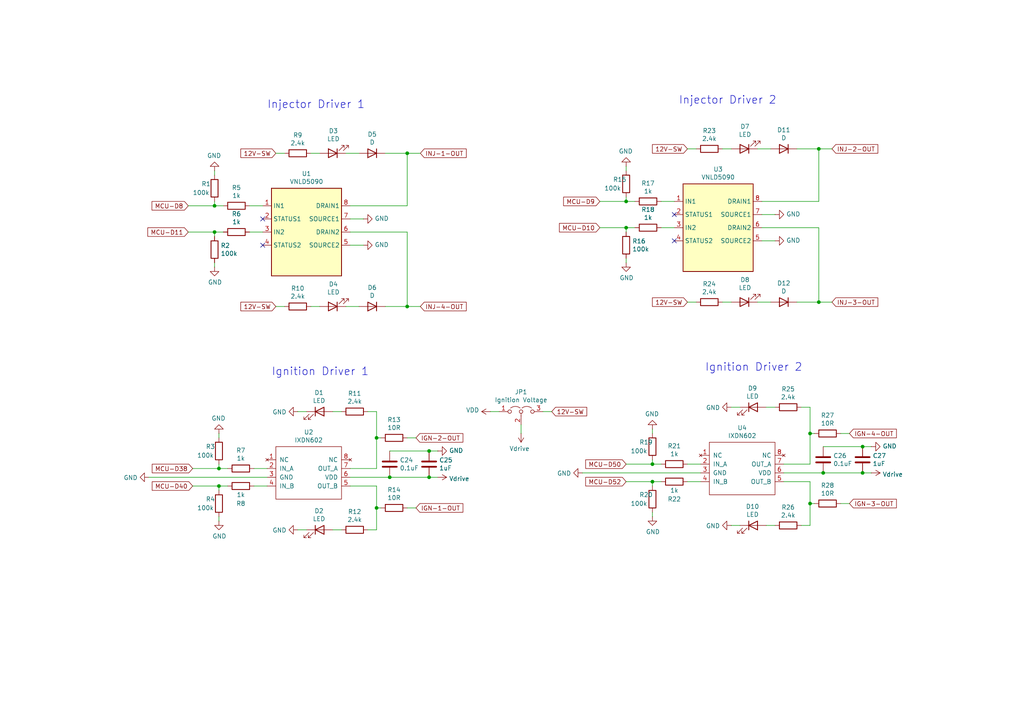
<source format=kicad_sch>
(kicad_sch (version 20250114) (generator "eeschema") (generator_version "9.0")
  (paper "A4")
  (title_block (title "0.4") (date "2021-03-27") (rev "4d") (company "Speeduino"))
  (lib_symbols
    (symbol "Device:C" (pin_numbers (hide yes)) (pin_names (offset 0.254))
      (property "Reference" "C" (at 0.635 2.54 0))
      (property "Value" "C" (at 0.635 -2.54 0))
      (symbol "C_0_1"
        (polyline (pts (xy -2.032 0.762) (xy 2.032 0.762)) (stroke (width 0.508)))
        (polyline (pts (xy -2.032 -0.762) (xy 2.032 -0.762)) (stroke (width 0.508)))
      )
      (symbol "C_1_1"
        (pin passive line (at 0 3.81 270) (length 2.794) (name "~") (number "1"))
        (pin passive line (at 0 -3.81 90) (length 2.794) (name "~") (number "2"))
      )
    )
    (symbol "Device:D" (pin_numbers (hide yes)) (pin_names (offset 1.016) (hide yes))
      (property "Reference" "D" (at 0 2.54 0))
      (property "Value" "D" (at 0 -2.54 0))
      (symbol "D_0_1"
        (polyline (pts (xy -1.27 1.27) (xy -1.27 -1.27)) (stroke (width 0.254)))
        (polyline (pts (xy 1.27 1.27) (xy 1.27 -1.27) (xy -1.27 0) (xy 1.27 1.27)) (stroke (width 0.254)))
        (polyline (pts (xy 1.27 0) (xy -1.27 0)))
      )
      (symbol "D_1_1"
        (pin passive line (at -3.81 0 0) (length 2.54) (name "K") (number "1"))
        (pin passive line (at 3.81 0 180) (length 2.54) (name "A") (number "2"))
      )
    )
    (symbol "Device:LED" (pin_numbers (hide yes)) (pin_names (offset 1.016) (hide yes))
      (property "Reference" "D" (at 0 2.54 0))
      (property "Value" "LED" (at 0 -2.54 0))
      (symbol "LED_0_1"
        (polyline (pts (xy -3.048 -0.762) (xy -4.572 -2.286) (xy -3.81 -2.286) (xy -4.572 -2.286) (xy -4.572 -1.524)))
        (polyline (pts (xy -1.778 -0.762) (xy -3.302 -2.286) (xy -2.54 -2.286) (xy -3.302 -2.286) (xy -3.302 -1.524)))
        (polyline (pts (xy -1.27 0) (xy 1.27 0)))
        (polyline (pts (xy -1.27 -1.27) (xy -1.27 1.27)) (stroke (width 0.254)))
        (polyline (pts (xy 1.27 -1.27) (xy 1.27 1.27) (xy -1.27 0) (xy 1.27 -1.27)) (stroke (width 0.254)))
      )
      (symbol "LED_1_1"
        (pin passive line (at -3.81 0 0) (length 2.54) (name "K") (number "1"))
        (pin passive line (at 3.81 0 180) (length 2.54) (name "A") (number "2"))
      )
    )
    (symbol "Device:R" (pin_numbers (hide yes)) (pin_names (offset 0))
      (property "Reference" "R" (at 2.032 0 90))
      (property "Value" "R" (at 0 0 90))
      (symbol "R_0_1"
        (rectangle (start -1.016 -2.54) (end 1.016 2.54) (stroke (width 0.254)))
      )
      (symbol "R_1_1"
        (pin passive line (at 0 3.81 270) (length 1.27) (name "~") (number "1"))
        (pin passive line (at 0 -3.81 90) (length 1.27) (name "~") (number "2"))
      )
    )
    (symbol "IC_Automotive:TC4424A" (pin_names (offset 1.016))
      (property "Reference" "U" (at -7.62 38.1 0))
      (property "Value" "TC4424A" (at -15.24 38.1 0))
      (symbol "TC4424A_0_1"
        (rectangle (start -25.4 36.83) (end -6.35 21.59))
      )
      (symbol "TC4424A_1_1"
        (pin no_connect line (at -27.94 33.02 0) (length 2.54) (name "NC") (number "1"))
        (pin input line (at -27.94 30.48 0) (length 2.54) (name "IN_A") (number "2"))
        (pin power_in line (at -27.94 27.94 0) (length 2.54) (name "GND") (number "3"))
        (pin input line (at -27.94 25.4 0) (length 2.54) (name "IN_B") (number "4"))
        (pin no_connect line (at -3.81 33.02 180) (length 2.54) (name "NC") (number "8"))
        (pin output line (at -3.81 30.48 180) (length 2.54) (name "OUT_A") (number "7"))
        (pin power_in line (at -3.81 27.94 180) (length 2.54) (name "VDD") (number "6"))
        (pin input line (at -3.81 25.4 180) (length 2.54) (name "OUT_B") (number "5"))
      )
    )
    (symbol "IC_Automotive:VNLD5090"
      (property "Reference" "U" (at -7.62 11.43 0))
      (property "Value" "VNLD5090" (at 12.7 11.43 0))
      (symbol "VNLD5090_0_1"
        (rectangle (start -7.62 -15.24) (end 12.7 10.16) (stroke (width 0.254)) (fill (type background)))
      )
      (symbol "VNLD5090_1_1"
        (pin input line (at -10.16 5.08 0) (length 2.54) (name "IN1") (number "1"))
        (pin output line (at -10.16 1.27 0) (length 2.54) (name "STATUS1") (number "2"))
        (pin input line (at -10.16 -2.54 0) (length 2.54) (name "IN2") (number "3"))
        (pin output line (at -10.16 -6.35 0) (length 2.54) (name "STATUS2") (number "4"))
        (pin output line (at 15.24 5.08 180) (length 2.54) (name "DRAIN1") (number "8"))
        (pin input line (at 15.24 1.27 180) (length 2.54) (name "SOURCE1") (number "7"))
        (pin output line (at 15.24 -2.54 180) (length 2.54) (name "DRAIN2") (number "6"))
        (pin input line (at 15.24 -6.35 180) (length 2.54) (name "SOURCE2") (number "5"))
      )
    )
    (symbol "Jumper:Jumper_3_Open" (pin_names (offset 0) (hide yes)) (exclude_from_sim yes) (in_bom no)
      (property "Reference" "JP" (at -2.54 -2.54 0))
      (property "Value" "Jumper_3_Open" (at 0 2.794 0))
      (symbol "Jumper_3_Open_0_0"
        (circle (center -3.302 0) (radius 0.508))
        (circle (center 0 0) (radius 0.508))
        (circle (center 3.302 0) (radius 0.508))
      )
      (symbol "Jumper_3_Open_0_1"
        (arc (start -3.048 1.016) (mid -1.651 1.4992) (end -0.254 1.016))
        (polyline (pts (xy 0 -0.508) (xy 0 -1.27)))
        (arc (start 0.254 1.016) (mid 1.651 1.4992) (end 3.048 1.016))
      )
      (symbol "Jumper_3_Open_1_1"
        (pin passive line (at -6.35 0 0) (length 2.54) (name "A") (number "1"))
        (pin passive line (at 0 -3.81 90) (length 2.54) (name "C") (number "2"))
        (pin passive line (at 6.35 0 180) (length 2.54) (name "B") (number "3"))
      )
    )
    (symbol "power:GND" (power) (pin_numbers (hide yes)) (pin_names (offset 0) (hide yes))
      (property "Value" "GND" (at 0 -3.81 0))
      (symbol "GND_0_1"
        (polyline (pts (xy 0 0) (xy 0 -1.27) (xy 1.27 -1.27) (xy 0 -2.54) (xy -1.27 -1.27) (xy 0 -1.27)))
      )
      (symbol "GND_1_1"
        (pin power_in line (at 0 0 270) (length 0) (name "~") (number "1"))
      )
    )
    (symbol "power:VDD" (power) (pin_numbers (hide yes)) (pin_names (offset 0) (hide yes))
      (property "Value" "VDD" (at 0 3.556 0))
      (symbol "VDD_0_1"
        (polyline (pts (xy -0.762 1.27) (xy 0 2.54)))
        (polyline (pts (xy 0 2.54) (xy 0.762 1.27)))
        (polyline (pts (xy 0 0) (xy 0 2.54)))
      )
      (symbol "VDD_1_1"
        (pin power_in line (at 0 0 90) (length 0) (name "~") (number "1"))
      )
    )
    (symbol "power:Vdrive" (power) (pin_numbers (hide yes)) (pin_names (offset 0) (hide yes))
      (property "Value" "Vdrive" (at 0 3.556 0))
      (symbol "Vdrive_0_1"
        (polyline (pts (xy -0.762 1.27) (xy 0 2.54)))
        (polyline (pts (xy 0 2.54) (xy 0.762 1.27)))
        (polyline (pts (xy 0 0) (xy 0 2.54)))
      )
      (symbol "Vdrive_1_1"
        (pin power_in line (at 0 0 90) (length 0) (name "~") (number "1"))
      )
    )
  )
  (text "Injector Driver 2" (at 196.85 30.48 0) (effects (font (size 2.2606 2.2606)) (justify left bottom)))
  (text "Ignition Driver 2" (at 204.47 107.95 0) (effects (font (size 2.2606 2.2606)) (justify left bottom)))
  (text "Injector Driver 1" (at 77.47 31.75 0) (effects (font (size 2.2606 2.2606)) (justify left bottom)))
  (text "Ignition Driver 1" (at 78.74 109.22 0) (effects (font (size 2.2606 2.2606)) (justify left bottom)))
  (junction (at 181.61 66.04))
  (junction (at 237.49 87.63))
  (junction (at 118.11 44.45))
  (junction (at 63.5 140.97))
  (junction (at 62.23 67.31))
  (junction (at 113.03 138.43))
  (junction (at 189.23 134.62))
  (junction (at 189.23 139.7))
  (junction (at 250.19 129.54))
  (junction (at 109.22 127))
  (junction (at 124.46 138.43))
  (junction (at 109.22 147.32))
  (junction (at 124.46 130.81))
  (junction (at 237.49 43.18))
  (junction (at 250.19 137.16))
  (junction (at 63.5 135.89))
  (junction (at 238.76 137.16))
  (junction (at 62.23 59.69))
  (junction (at 234.95 146.05))
  (junction (at 234.95 125.73))
  (junction (at 118.11 88.9))
  (junction (at 181.61 58.42))
  (no_connect (at 195.58 69.85))
  (no_connect (at 76.2 63.5))
  (no_connect (at 76.2 71.12))
  (no_connect (at 195.58 62.23))
  (wire (pts (xy 252.73 129.54) (xy 250.19 129.54)))
  (wire (pts (xy 203.2 137.16) (xy 168.91 137.16)))
  (wire (pts (xy 101.6 59.69) (xy 118.11 59.69)))
  (wire (pts (xy 118.11 59.69) (xy 118.11 44.45)))
  (wire (pts (xy 181.61 76.2) (xy 181.61 74.93)))
  (wire (pts (xy 238.76 137.16) (xy 227.33 137.16)))
  (wire (pts (xy 63.5 151.13) (xy 63.5 149.86)))
  (wire (pts (xy 241.3 43.18) (xy 237.49 43.18)))
  (wire (pts (xy 54.61 59.69) (xy 62.23 59.69)))
  (wire (pts (xy 243.84 146.05) (xy 246.38 146.05)))
  (wire (pts (xy 73.66 140.97) (xy 77.47 140.97)))
  (wire (pts (xy 220.98 62.23) (xy 224.79 62.23)))
  (wire (pts (xy 181.61 49.53) (xy 181.61 48.26)))
  (wire (pts (xy 118.11 127) (xy 120.65 127)))
  (wire (pts (xy 219.71 87.63) (xy 223.52 87.63)))
  (wire (pts (xy 184.15 66.04) (xy 181.61 66.04)))
  (wire (pts (xy 189.23 125.73) (xy 189.23 124.46)))
  (wire (pts (xy 118.11 147.32) (xy 120.65 147.32)))
  (wire (pts (xy 219.71 43.18) (xy 223.52 43.18)))
  (wire (pts (xy 109.22 153.67) (xy 109.22 147.32)))
  (wire (pts (xy 189.23 133.35) (xy 189.23 134.62)))
  (wire (pts (xy 100.33 44.45) (xy 104.14 44.45)))
  (wire (pts (xy 77.47 138.43) (xy 43.18 138.43)))
  (wire (pts (xy 212.09 118.11) (xy 214.63 118.11)))
  (wire (pts (xy 151.13 125.73) (xy 151.13 123.19)))
  (wire (pts (xy 109.22 119.38) (xy 109.22 127)))
  (wire (pts (xy 110.49 127) (xy 109.22 127)))
  (wire (pts (xy 173.99 66.04) (xy 181.61 66.04)))
  (wire (pts (xy 243.84 125.73) (xy 246.38 125.73)))
  (wire (pts (xy 191.77 58.42) (xy 195.58 58.42)))
  (wire (pts (xy 181.61 57.15) (xy 181.61 58.42)))
  (wire (pts (xy 62.23 50.8) (xy 62.23 49.53)))
  (wire (pts (xy 62.23 58.42) (xy 62.23 59.69)))
  (wire (pts (xy 72.39 67.31) (xy 76.2 67.31)))
  (wire (pts (xy 231.14 87.63) (xy 237.49 87.63)))
  (wire (pts (xy 73.66 135.89) (xy 77.47 135.89)))
  (wire (pts (xy 90.17 88.9) (xy 92.71 88.9)))
  (wire (pts (xy 101.6 63.5) (xy 105.41 63.5)))
  (wire (pts (xy 199.39 134.62) (xy 203.2 134.62)))
  (wire (pts (xy 189.23 139.7) (xy 189.23 140.97)))
  (wire (pts (xy 96.52 119.38) (xy 99.06 119.38)))
  (wire (pts (xy 237.49 58.42) (xy 237.49 43.18)))
  (wire (pts (xy 236.22 125.73) (xy 234.95 125.73)))
  (wire (pts (xy 124.46 130.81) (xy 113.03 130.81)))
  (wire (pts (xy 189.23 134.62) (xy 191.77 134.62)))
  (wire (pts (xy 96.52 153.67) (xy 99.06 153.67)))
  (wire (pts (xy 109.22 140.97) (xy 101.6 140.97)))
  (wire (pts (xy 111.76 88.9) (xy 118.11 88.9)))
  (wire (pts (xy 232.41 118.11) (xy 234.95 118.11)))
  (wire (pts (xy 181.61 139.7) (xy 189.23 139.7)))
  (wire (pts (xy 63.5 127) (xy 63.5 125.73)))
  (wire (pts (xy 64.77 67.31) (xy 62.23 67.31)))
  (wire (pts (xy 106.68 153.67) (xy 109.22 153.67)))
  (wire (pts (xy 236.22 146.05) (xy 234.95 146.05)))
  (wire (pts (xy 173.99 58.42) (xy 181.61 58.42)))
  (wire (pts (xy 54.61 67.31) (xy 62.23 67.31)))
  (wire (pts (xy 181.61 66.04) (xy 181.61 67.31)))
  (wire (pts (xy 113.03 138.43) (xy 101.6 138.43)))
  (wire (pts (xy 63.5 140.97) (xy 63.5 142.24)))
  (wire (pts (xy 234.95 118.11) (xy 234.95 125.73)))
  (wire (pts (xy 252.73 137.16) (xy 250.19 137.16)))
  (wire (pts (xy 62.23 59.69) (xy 64.77 59.69)))
  (wire (pts (xy 55.88 140.97) (xy 63.5 140.97)))
  (wire (pts (xy 250.19 137.16) (xy 238.76 137.16)))
  (wire (pts (xy 232.41 152.4) (xy 234.95 152.4)))
  (wire (pts (xy 234.95 134.62) (xy 227.33 134.62)))
  (wire (pts (xy 101.6 67.31) (xy 118.11 67.31)))
  (wire (pts (xy 234.95 152.4) (xy 234.95 146.05)))
  (wire (pts (xy 237.49 66.04) (xy 237.49 87.63)))
  (wire (pts (xy 220.98 66.04) (xy 237.49 66.04)))
  (wire (pts (xy 191.77 139.7) (xy 189.23 139.7)))
  (wire (pts (xy 118.11 67.31) (xy 118.11 88.9)))
  (wire (pts (xy 199.39 87.63) (xy 201.93 87.63)))
  (wire (pts (xy 144.78 119.38) (xy 142.24 119.38)))
  (wire (pts (xy 127 138.43) (xy 124.46 138.43)))
  (wire (pts (xy 80.01 88.9) (xy 82.55 88.9)))
  (wire (pts (xy 199.39 139.7) (xy 203.2 139.7)))
  (wire (pts (xy 222.25 152.4) (xy 224.79 152.4)))
  (wire (pts (xy 72.39 59.69) (xy 76.2 59.69)))
  (wire (pts (xy 106.68 119.38) (xy 109.22 119.38)))
  (wire (pts (xy 209.55 87.63) (xy 212.09 87.63)))
  (wire (pts (xy 222.25 118.11) (xy 224.79 118.11)))
  (wire (pts (xy 157.48 119.38) (xy 160.02 119.38)))
  (wire (pts (xy 189.23 149.86) (xy 189.23 148.59)))
  (wire (pts (xy 86.36 119.38) (xy 88.9 119.38)))
  (wire (pts (xy 127 130.81) (xy 124.46 130.81)))
  (wire (pts (xy 191.77 66.04) (xy 195.58 66.04)))
  (wire (pts (xy 209.55 43.18) (xy 212.09 43.18)))
  (wire (pts (xy 250.19 129.54) (xy 238.76 129.54)))
  (wire (pts (xy 241.3 87.63) (xy 237.49 87.63)))
  (wire (pts (xy 231.14 43.18) (xy 237.49 43.18)))
  (wire (pts (xy 234.95 146.05) (xy 234.95 139.7)))
  (wire (pts (xy 181.61 134.62) (xy 189.23 134.62)))
  (wire (pts (xy 80.01 44.45) (xy 82.55 44.45)))
  (wire (pts (xy 63.5 134.62) (xy 63.5 135.89)))
  (wire (pts (xy 100.33 88.9) (xy 104.14 88.9)))
  (wire (pts (xy 121.92 44.45) (xy 118.11 44.45)))
  (wire (pts (xy 199.39 43.18) (xy 201.93 43.18)))
  (wire (pts (xy 181.61 58.42) (xy 184.15 58.42)))
  (wire (pts (xy 62.23 67.31) (xy 62.23 68.58)))
  (wire (pts (xy 111.76 44.45) (xy 118.11 44.45)))
  (wire (pts (xy 109.22 147.32) (xy 109.22 140.97)))
  (wire (pts (xy 124.46 138.43) (xy 113.03 138.43)))
  (wire (pts (xy 121.92 88.9) (xy 118.11 88.9)))
  (wire (pts (xy 224.79 69.85) (xy 220.98 69.85)))
  (wire (pts (xy 62.23 77.47) (xy 62.23 76.2)))
  (wire (pts (xy 55.88 135.89) (xy 63.5 135.89)))
  (wire (pts (xy 109.22 127) (xy 109.22 135.89)))
  (wire (pts (xy 90.17 44.45) (xy 92.71 44.45)))
  (wire (pts (xy 110.49 147.32) (xy 109.22 147.32)))
  (wire (pts (xy 212.09 152.4) (xy 214.63 152.4)))
  (wire (pts (xy 109.22 135.89) (xy 101.6 135.89)))
  (wire (pts (xy 63.5 135.89) (xy 66.04 135.89)))
  (wire (pts (xy 234.95 125.73) (xy 234.95 134.62)))
  (wire (pts (xy 86.36 153.67) (xy 88.9 153.67)))
  (wire (pts (xy 220.98 58.42) (xy 237.49 58.42)))
  (wire (pts (xy 105.41 71.12) (xy 101.6 71.12)))
  (wire (pts (xy 234.95 139.7) (xy 227.33 139.7)))
  (wire (pts (xy 66.04 140.97) (xy 63.5 140.97)))
  (global_label "IGN-1-OUT" (shape input) (at 120.65 147.32 0) (property "Intersheetrefs" "${INTERSHEET_REFS}" (effects (hide yes))))
  (global_label "12V-SW" (shape input) (at 199.39 87.63 180) (property "Intersheetrefs" "${INTERSHEET_REFS}" (effects (hide yes))))
  (global_label "IGN-4-OUT" (shape input) (at 246.38 125.73 0) (property "Intersheetrefs" "${INTERSHEET_REFS}" (effects (hide yes))))
  (global_label "INJ-3-OUT" (shape input) (at 241.3 87.63 0) (property "Intersheetrefs" "${INTERSHEET_REFS}" (effects (hide yes))))
  (global_label "MCU-D10" (shape input) (at 173.99 66.04 180) (property "Intersheetrefs" "${INTERSHEET_REFS}" (effects (hide yes))))
  (global_label "INJ-2-OUT" (shape input) (at 241.3 43.18 0) (property "Intersheetrefs" "${INTERSHEET_REFS}" (effects (hide yes))))
  (global_label "MCU-D11" (shape input) (at 54.61 67.31 180) (property "Intersheetrefs" "${INTERSHEET_REFS}" (effects (hide yes))))
  (global_label "IGN-2-OUT" (shape input) (at 120.65 127 0) (property "Intersheetrefs" "${INTERSHEET_REFS}" (effects (hide yes))))
  (global_label "12V-SW" (shape input) (at 80.01 44.45 180) (property "Intersheetrefs" "${INTERSHEET_REFS}" (effects (hide yes))))
  (global_label "MCU-D50" (shape input) (at 181.61 134.62 180) (property "Intersheetrefs" "${INTERSHEET_REFS}" (effects (hide yes))))
  (global_label "MCU-D40" (shape input) (at 55.88 140.97 180) (property "Intersheetrefs" "${INTERSHEET_REFS}" (effects (hide yes))))
  (global_label "MCU-D9" (shape input) (at 173.99 58.42 180) (property "Intersheetrefs" "${INTERSHEET_REFS}" (effects (hide yes))))
  (global_label "12V-SW" (shape input) (at 160.02 119.38 0) (property "Intersheetrefs" "${INTERSHEET_REFS}" (effects (hide yes))))
  (global_label "MCU-D38" (shape input) (at 55.88 135.89 180) (property "Intersheetrefs" "${INTERSHEET_REFS}" (effects (hide yes))))
  (global_label "INJ-4-OUT" (shape input) (at 121.92 88.9 0) (property "Intersheetrefs" "${INTERSHEET_REFS}" (effects (hide yes))))
  (global_label "MCU-D8" (shape input) (at 54.61 59.69 180) (property "Intersheetrefs" "${INTERSHEET_REFS}" (effects (hide yes))))
  (global_label "INJ-1-OUT" (shape input) (at 121.92 44.45 0) (property "Intersheetrefs" "${INTERSHEET_REFS}" (effects (hide yes))))
  (global_label "IGN-3-OUT" (shape input) (at 246.38 146.05 0) (property "Intersheetrefs" "${INTERSHEET_REFS}" (effects (hide yes))))
  (global_label "MCU-D52" (shape input) (at 181.61 139.7 180) (property "Intersheetrefs" "${INTERSHEET_REFS}" (effects (hide yes))))
  (global_label "12V-SW" (shape input) (at 199.39 43.18 180) (property "Intersheetrefs" "${INTERSHEET_REFS}" (effects (hide yes))))
  (global_label "12V-SW" (shape input) (at 80.01 88.9 180) (property "Intersheetrefs" "${INTERSHEET_REFS}" (effects (hide yes))))
  (symbol (lib_id "IC_Automotive:VNLD5090") (at 86.36 64.77 0) (unit 1)
    (property "Reference" "U1" (at 88.9 50.3682 0))
    (property "Value" "VNLD5090" (at 88.9 52.6796 0))
    (property "Footprint" "Package_SO:SO-8_3.9x4.9mm_P1.27mm" (effects (hide yes)))
    (property "Datasheet" "https://www.st.com/resource/en/datasheet/vnld5090-e.pdf" (effects (hide yes)))
    (property "Description" "25A dual low-side MOSFET driver, SO-8" (effects (hide yes)))
    (property "Manufacturer_Name" "STMicro" (effects (hide yes)))
    (property "Manufacturer_Part_Number" "VNLD5090-E" (effects (hide yes)))
    (property "URL" "https://www.digikey.com.au/products/en?keywords=VNLD5090-E" (effects (hide yes)))
    (property "Digikey Part Number" "497-18682-ND" (effects (hide yes)))
  )
  (symbol (lib_id "power:GND") (at 105.41 63.5 90) (unit 1)
    (property "Reference" "#PWR010" (effects (hide yes)))
    (property "Value" "GND" (at 108.6612 63.373 90) (effects (justify right)))
  )
  (symbol (lib_id "power:GND") (at 105.41 71.12 90) (unit 1)
    (property "Reference" "#PWR011" (effects (hide yes)))
    (property "Value" "GND" (at 108.6612 70.993 90) (effects (justify right)))
  )
  (symbol (lib_id "Device:R") (at 68.58 59.69 270) (unit 1)
    (property "Reference" "R5" (at 68.58 54.4322 90))
    (property "Value" "1k" (at 68.58 56.7436 90))
    (property "Footprint" "Resistor_SMD:R_0805_2012Metric" (effects (hide yes)))
    (property "Digikey Part Number" "311-1.00KCRCT-ND" (effects (hide yes)))
    (property "Manufacturer_Name" "Yageo" (effects (hide yes)))
    (property "Manufacturer_Part_Number" "RC0805FR-071KL" (effects (hide yes)))
    (property "URL" "https://www.digikey.com/product-detail/en/yageo/RC0805FR-071KL/311-1.00KCRCT-ND/730391" (effects (hide yes)))
  )
  (symbol (lib_id "Device:R") (at 68.58 67.31 270) (unit 1)
    (property "Reference" "R6" (at 68.58 62.0522 90))
    (property "Value" "1k" (at 68.58 64.3636 90))
    (property "Footprint" "Resistor_SMD:R_0805_2012Metric" (effects (hide yes)))
    (property "Digikey Part Number" "311-1.00KCRCT-ND" (effects (hide yes)))
    (property "Manufacturer_Name" "Yageo" (effects (hide yes)))
    (property "Manufacturer_Part_Number" "RC0805FR-071KL" (effects (hide yes)))
    (property "URL" "https://www.digikey.com/product-detail/en/yageo/RC0805FR-071KL/311-1.00KCRCT-ND/730391" (effects (hide yes)))
  )
  (symbol (lib_id "Device:R") (at 62.23 54.61 180) (unit 1)
    (property "Reference" "R1" (at 58.42 53.34 0) (effects (justify right)))
    (property "Value" "100k" (at 55.88 55.88 0) (effects (justify right)))
    (property "Footprint" "Resistor_SMD:R_0805_2012Metric" (effects (hide yes)))
    (property "Digikey Part Number" "311-100KCRCT-ND" (effects (hide yes)))
    (property "Manufacturer_Name" "Yageo" (effects (hide yes)))
    (property "Manufacturer_Part_Number" "RC0805FR-07100KL" (effects (hide yes)))
    (property "URL" "https://www.digikey.com/product-detail/en/yageo/RC0805FR-07100KL/311-100KCRCT-ND/730491" (effects (hide yes)))
  )
  (symbol (lib_id "Device:R") (at 62.23 72.39 180) (unit 1)
    (property "Reference" "R2" (at 64.008 71.2216 0) (effects (justify right)))
    (property "Value" "100k" (at 64.008 73.533 0) (effects (justify right)))
    (property "Footprint" "Resistor_SMD:R_0805_2012Metric" (effects (hide yes)))
    (property "Digikey Part Number" "311-100KCRCT-ND" (effects (hide yes)))
    (property "Manufacturer_Name" "Yageo" (effects (hide yes)))
    (property "Manufacturer_Part_Number" "RC0805FR-07100KL" (effects (hide yes)))
    (property "URL" "https://www.digikey.com/product-detail/en/yageo/RC0805FR-07100KL/311-100KCRCT-ND/730491" (effects (hide yes)))
  )
  (symbol (lib_id "power:GND") (at 62.23 49.53 180) (unit 1)
    (property "Reference" "#PWR04" (effects (hide yes)))
    (property "Value" "GND" (at 62.103 45.1358 0))
  )
  (symbol (lib_id "power:GND") (at 62.23 77.47 0) (unit 1)
    (property "Reference" "#PWR05" (effects (hide yes)))
    (property "Value" "GND" (at 62.357 81.8642 0))
  )
  (symbol (lib_id "Device:R") (at 86.36 88.9 270) (unit 1)
    (property "Reference" "R10" (at 86.36 83.6422 90))
    (property "Value" "2.4k" (at 86.36 85.9536 90))
    (property "Footprint" "Resistor_SMD:R_0805_2012Metric" (effects (hide yes)))
    (property "Digikey Part Number" "311-2.40KCRCT-ND" (effects (hide yes)))
    (property "Manufacturer_Name" "Yageo" (effects (hide yes)))
    (property "Manufacturer_Part_Number" "RC0805FR-072K4L" (effects (hide yes)))
    (property "URL" "https://www.digikey.com/product-detail/en/yageo/RC0805FR-072K4L/311-2.40KCRCT-ND/730637" (effects (hide yes)))
  )
  (symbol (lib_id "Device:LED") (at 96.52 88.9 180) (unit 1)
    (property "Reference" "D4" (at 96.6978 82.423 0))
    (property "Value" "LED" (at 96.6978 84.7344 0))
    (property "Footprint" "LED_SMD:LED_0805_2012Metric" (effects (hide yes)))
    (property "Digikey Part Number" "475-1415-1-ND" (effects (hide yes)))
    (property "Manufacturer_Name" "Osram" (effects (hide yes)))
    (property "Manufacturer_Part_Number" "LH R974-LP-1" (effects (hide yes)))
    (property "URL" "https://www.digikey.com/product-detail/en/osram-opto-semiconductors-inc/LH-R974-LP-1/475-1415-1-ND/1802604" (effects (hide yes)))
  )
  (symbol (lib_id "Device:R") (at 86.36 44.45 270) (unit 1)
    (property "Reference" "R9" (at 86.36 39.1922 90))
    (property "Value" "2.4k" (at 86.36 41.5036 90))
    (property "Footprint" "Resistor_SMD:R_0805_2012Metric" (effects (hide yes)))
    (property "Digikey Part Number" "311-2.40KCRCT-ND" (effects (hide yes)))
    (property "Manufacturer_Name" "Yageo" (effects (hide yes)))
    (property "Manufacturer_Part_Number" "RC0805FR-072K4L" (effects (hide yes)))
    (property "URL" "https://www.digikey.com/product-detail/en/yageo/RC0805FR-072K4L/311-2.40KCRCT-ND/730637" (effects (hide yes)))
  )
  (symbol (lib_id "Device:LED") (at 96.52 44.45 180) (unit 1)
    (property "Reference" "D3" (at 96.6978 37.973 0))
    (property "Value" "LED" (at 96.6978 40.2844 0))
    (property "Footprint" "LED_SMD:LED_0805_2012Metric" (effects (hide yes)))
    (property "Digikey Part Number" "475-1415-1-ND" (effects (hide yes)))
    (property "Manufacturer_Name" "Osram" (effects (hide yes)))
    (property "Manufacturer_Part_Number" "LH R974-LP-1" (effects (hide yes)))
    (property "URL" "https://www.digikey.com/product-detail/en/osram-opto-semiconductors-inc/LH-R974-LP-1/475-1415-1-ND/1802604" (effects (hide yes)))
  )
  (symbol (lib_id "IC_Automotive:VNLD5090") (at 205.74 63.5 0) (unit 1)
    (property "Reference" "U3" (at 208.28 49.0982 0))
    (property "Value" "VNLD5090" (at 208.28 51.4096 0))
    (property "Footprint" "Package_SO:SO-8_3.9x4.9mm_P1.27mm" (effects (hide yes)))
    (property "Datasheet" "https://www.st.com/resource/en/datasheet/vnld5090-e.pdf" (effects (hide yes)))
    (property "Description" "25A dual low-side MOSFET driver, SO-8" (effects (hide yes)))
    (property "Manufacturer_Name" "STMicro" (effects (hide yes)))
    (property "Manufacturer_Part_Number" "VNLD5090-E" (effects (hide yes)))
    (property "URL" "https://www.digikey.com.au/products/en?keywords=VNLD5090-E" (effects (hide yes)))
    (property "Digikey Part Number" "497-18682-ND" (effects (hide yes)))
  )
  (symbol (lib_id "power:GND") (at 224.79 62.23 90) (unit 1)
    (property "Reference" "#PWR020" (effects (hide yes)))
    (property "Value" "GND" (at 228.0412 62.103 90) (effects (justify right)))
  )
  (symbol (lib_id "power:GND") (at 224.79 69.85 90) (unit 1)
    (property "Reference" "#PWR021" (effects (hide yes)))
    (property "Value" "GND" (at 228.0412 69.723 90) (effects (justify right)))
  )
  (symbol (lib_id "Device:R") (at 187.96 58.42 270) (unit 1)
    (property "Reference" "R17" (at 187.96 53.1622 90))
    (property "Value" "1k" (at 187.96 55.4736 90))
    (property "Footprint" "Resistor_SMD:R_0805_2012Metric" (effects (hide yes)))
    (property "Digikey Part Number" "311-1.00KCRCT-ND" (effects (hide yes)))
    (property "Manufacturer_Name" "Yageo" (effects (hide yes)))
    (property "Manufacturer_Part_Number" "RC0805FR-071KL" (effects (hide yes)))
    (property "URL" "https://www.digikey.com/product-detail/en/yageo/RC0805FR-071KL/311-1.00KCRCT-ND/730391" (effects (hide yes)))
  )
  (symbol (lib_id "Device:R") (at 187.96 66.04 270) (unit 1)
    (property "Reference" "R18" (at 187.96 60.7822 90))
    (property "Value" "1k" (at 187.96 63.0936 90))
    (property "Footprint" "Resistor_SMD:R_0805_2012Metric" (effects (hide yes)))
    (property "Digikey Part Number" "311-1.00KCRCT-ND" (effects (hide yes)))
    (property "Manufacturer_Name" "Yageo" (effects (hide yes)))
    (property "Manufacturer_Part_Number" "RC0805FR-071KL" (effects (hide yes)))
    (property "URL" "https://www.digikey.com/product-detail/en/yageo/RC0805FR-071KL/311-1.00KCRCT-ND/730391" (effects (hide yes)))
  )
  (symbol (lib_id "Device:R") (at 181.61 53.34 180) (unit 1)
    (property "Reference" "R15" (at 177.8 52.07 0) (effects (justify right)))
    (property "Value" "100k" (at 175.26 54.61 0) (effects (justify right)))
    (property "Footprint" "Resistor_SMD:R_0805_2012Metric" (effects (hide yes)))
    (property "Digikey Part Number" "311-100KCRCT-ND" (effects (hide yes)))
    (property "Manufacturer_Name" "Yageo" (effects (hide yes)))
    (property "Manufacturer_Part_Number" "RC0805FR-07100KL" (effects (hide yes)))
    (property "URL" "https://www.digikey.com/product-detail/en/yageo/RC0805FR-07100KL/311-100KCRCT-ND/730491" (effects (hide yes)))
  )
  (symbol (lib_id "Device:R") (at 181.61 71.12 180) (unit 1)
    (property "Reference" "R16" (at 183.388 69.9516 0) (effects (justify right)))
    (property "Value" "100k" (at 183.388 72.263 0) (effects (justify right)))
    (property "Footprint" "Resistor_SMD:R_0805_2012Metric" (effects (hide yes)))
    (property "Digikey Part Number" "311-100KCRCT-ND" (effects (hide yes)))
    (property "Manufacturer_Name" "Yageo" (effects (hide yes)))
    (property "Manufacturer_Part_Number" "RC0805FR-07100KL" (effects (hide yes)))
    (property "URL" "https://www.digikey.com/product-detail/en/yageo/RC0805FR-07100KL/311-100KCRCT-ND/730491" (effects (hide yes)))
  )
  (symbol (lib_id "power:GND") (at 181.61 48.26 180) (unit 1)
    (property "Reference" "#PWR014" (effects (hide yes)))
    (property "Value" "GND" (at 181.483 43.8658 0))
  )
  (symbol (lib_id "power:GND") (at 181.61 76.2 0) (unit 1)
    (property "Reference" "#PWR015" (effects (hide yes)))
    (property "Value" "GND" (at 181.737 80.5942 0))
  )
  (symbol (lib_id "Device:R") (at 205.74 87.63 270) (unit 1)
    (property "Reference" "R24" (at 205.74 82.3722 90))
    (property "Value" "2.4k" (at 205.74 84.6836 90))
    (property "Footprint" "Resistor_SMD:R_0805_2012Metric" (effects (hide yes)))
    (property "Digikey Part Number" "311-2.40KCRCT-ND" (effects (hide yes)))
    (property "Manufacturer_Name" "Yageo" (effects (hide yes)))
    (property "Manufacturer_Part_Number" "RC0805FR-072K4L" (effects (hide yes)))
    (property "URL" "https://www.digikey.com/product-detail/en/yageo/RC0805FR-072K4L/311-2.40KCRCT-ND/730637" (effects (hide yes)))
  )
  (symbol (lib_id "Device:LED") (at 215.9 87.63 180) (unit 1)
    (property "Reference" "D8" (at 216.0778 81.153 0))
    (property "Value" "LED" (at 216.0778 83.4644 0))
    (property "Footprint" "LED_SMD:LED_0805_2012Metric" (effects (hide yes)))
    (property "Digikey Part Number" "475-1415-1-ND" (effects (hide yes)))
    (property "Manufacturer_Name" "Osram" (effects (hide yes)))
    (property "Manufacturer_Part_Number" "LH R974-LP-1" (effects (hide yes)))
    (property "URL" "https://www.digikey.com/product-detail/en/osram-opto-semiconductors-inc/LH-R974-LP-1/475-1415-1-ND/1802604" (effects (hide yes)))
  )
  (symbol (lib_id "Device:R") (at 205.74 43.18 270) (unit 1)
    (property "Reference" "R23" (at 205.74 37.9222 90))
    (property "Value" "2.4k" (at 205.74 40.2336 90))
    (property "Footprint" "Resistor_SMD:R_0805_2012Metric" (effects (hide yes)))
    (property "Digikey Part Number" "311-2.40KCRCT-ND" (effects (hide yes)))
    (property "Manufacturer_Name" "Yageo" (effects (hide yes)))
    (property "Manufacturer_Part_Number" "RC0805FR-072K4L" (effects (hide yes)))
    (property "URL" "https://www.digikey.com/product-detail/en/yageo/RC0805FR-072K4L/311-2.40KCRCT-ND/730637" (effects (hide yes)))
  )
  (symbol (lib_id "Device:LED") (at 215.9 43.18 180) (unit 1)
    (property "Reference" "D7" (at 216.0778 36.703 0))
    (property "Value" "LED" (at 216.0778 39.0144 0))
    (property "Footprint" "LED_SMD:LED_0805_2012Metric" (effects (hide yes)))
    (property "Digikey Part Number" "475-1415-1-ND" (effects (hide yes)))
    (property "Manufacturer_Name" "Osram" (effects (hide yes)))
    (property "Manufacturer_Part_Number" "LH R974-LP-1" (effects (hide yes)))
    (property "URL" "https://www.digikey.com/product-detail/en/osram-opto-semiconductors-inc/LH-R974-LP-1/475-1415-1-ND/1802604" (effects (hide yes)))
  )
  (symbol (lib_id "IC_Automotive:TC4424A") (at 105.41 166.37 0) (unit 1)
    (property "Reference" "U2" (at 89.535 125.349 0))
    (property "Value" "IXDN602" (at 89.535 127.6604 0))
    (property "Footprint" "Package_SO:SOIC-8_3.9x4.9mm_P1.27mm" (effects (hide yes)))
    (property "Digikey Part Number" "212-IXDN602SIACT-ND" (effects (hide yes)))
    (property "Manufacturer_Name" "IXYS" (effects (hide yes)))
    (property "Manufacturer_Part_Number" "IXDN602SIATR" (effects (hide yes)))
    (property "URL" "https://www.digikey.com/en/products/detail/ixys-integrated-circuits-division/IXDN602SIATR/2424695" (effects (hide yes)))
  )
  (symbol (lib_id "Device:R") (at 69.85 135.89 270) (unit 1)
    (property "Reference" "R7" (at 69.85 130.6322 90))
    (property "Value" "1k" (at 69.85 132.9436 90))
    (property "Footprint" "Resistor_SMD:R_0805_2012Metric" (effects (hide yes)))
    (property "Digikey Part Number" "311-1.00KCRCT-ND" (effects (hide yes)))
    (property "Manufacturer_Name" "Yageo" (effects (hide yes)))
    (property "Manufacturer_Part_Number" "RC0805FR-071KL" (effects (hide yes)))
    (property "URL" "https://www.digikey.com/product-detail/en/yageo/RC0805FR-071KL/311-1.00KCRCT-ND/730391" (effects (hide yes)))
  )
  (symbol (lib_id "Device:R") (at 69.85 140.97 270) (unit 1)
    (property "Reference" "R8" (at 69.85 146.05 90))
    (property "Value" "1k" (at 69.85 143.51 90))
    (property "Footprint" "Resistor_SMD:R_0805_2012Metric" (effects (hide yes)))
    (property "Digikey Part Number" "311-1.00KCRCT-ND" (effects (hide yes)))
    (property "Manufacturer_Name" "Yageo" (effects (hide yes)))
    (property "Manufacturer_Part_Number" "RC0805FR-071KL" (effects (hide yes)))
    (property "URL" "https://www.digikey.com/product-detail/en/yageo/RC0805FR-071KL/311-1.00KCRCT-ND/730391" (effects (hide yes)))
  )
  (symbol (lib_id "Device:R") (at 63.5 130.81 180) (unit 1)
    (property "Reference" "R3" (at 59.69 129.54 0) (effects (justify right)))
    (property "Value" "100k" (at 57.15 132.08 0) (effects (justify right)))
    (property "Footprint" "Resistor_SMD:R_0805_2012Metric" (effects (hide yes)))
    (property "Digikey Part Number" "311-100KCRCT-ND" (effects (hide yes)))
    (property "Manufacturer_Name" "Yageo" (effects (hide yes)))
    (property "Manufacturer_Part_Number" "RC0805FR-07100KL" (effects (hide yes)))
    (property "URL" "https://www.digikey.com/product-detail/en/yageo/RC0805FR-07100KL/311-100KCRCT-ND/730491" (effects (hide yes)))
  )
  (symbol (lib_id "Device:R") (at 63.5 146.05 180) (unit 1)
    (property "Reference" "R4" (at 59.69 144.78 0) (effects (justify right)))
    (property "Value" "100k" (at 57.15 147.32 0) (effects (justify right)))
    (property "Footprint" "Resistor_SMD:R_0805_2012Metric" (effects (hide yes)))
    (property "Digikey Part Number" "311-100KCRCT-ND" (effects (hide yes)))
    (property "Manufacturer_Name" "Yageo" (effects (hide yes)))
    (property "Manufacturer_Part_Number" "RC0805FR-07100KL" (effects (hide yes)))
    (property "URL" "https://www.digikey.com/product-detail/en/yageo/RC0805FR-07100KL/311-100KCRCT-ND/730491" (effects (hide yes)))
  )
  (symbol (lib_id "power:GND") (at 63.5 125.73 180) (unit 1)
    (property "Reference" "#PWR06" (effects (hide yes)))
    (property "Value" "GND" (at 63.373 121.3358 0))
  )
  (symbol (lib_id "power:GND") (at 63.5 151.13 0) (unit 1)
    (property "Reference" "#PWR07" (effects (hide yes)))
    (property "Value" "GND" (at 63.627 155.5242 0))
  )
  (symbol (lib_id "power:GND") (at 43.18 138.43 270) (unit 1)
    (property "Reference" "#PWR03" (effects (hide yes)))
    (property "Value" "GND" (at 39.9288 138.557 90) (effects (justify right)))
  )
  (symbol (lib_id "Device:LED") (at 92.71 119.38 0) (unit 1)
    (property "Reference" "D1" (at 92.5322 113.8936 0))
    (property "Value" "LED" (at 92.5322 116.205 0))
    (property "Footprint" "LED_SMD:LED_0805_2012Metric" (effects (hide yes)))
    (property "Digikey Part Number" "475-1415-1-ND" (effects (hide yes)))
    (property "Manufacturer_Name" "Osram" (effects (hide yes)))
    (property "Manufacturer_Part_Number" "LH R974-LP-1" (effects (hide yes)))
    (property "URL" "https://www.digikey.com/product-detail/en/osram-opto-semiconductors-inc/LH-R974-LP-1/475-1415-1-ND/1802604" (effects (hide yes)))
  )
  (symbol (lib_id "power:GND") (at 86.36 119.38 270) (unit 1)
    (property "Reference" "#PWR08" (effects (hide yes)))
    (property "Value" "GND" (at 83.1088 119.507 90) (effects (justify right)))
  )
  (symbol (lib_id "Device:R") (at 102.87 119.38 270) (unit 1)
    (property "Reference" "R11" (at 102.87 114.1222 90))
    (property "Value" "2.4k" (at 102.87 116.4336 90))
    (property "Footprint" "Resistor_SMD:R_0805_2012Metric" (effects (hide yes)))
    (property "Digikey Part Number" "311-2.40KCRCT-ND" (effects (hide yes)))
    (property "Manufacturer_Name" "Yageo" (effects (hide yes)))
    (property "Manufacturer_Part_Number" "RC0805FR-072K4L" (effects (hide yes)))
    (property "URL" "https://www.digikey.com/product-detail/en/yageo/RC0805FR-072K4L/311-2.40KCRCT-ND/730637" (effects (hide yes)))
  )
  (symbol (lib_id "power:VDD") (at 142.24 119.38 90) (unit 1)
    (property "Reference" "#PWR012" (effects (hide yes)))
    (property "Value" "VDD" (at 138.9888 118.9482 90) (effects (justify left)))
  )
  (symbol (lib_id "Device:LED") (at 92.71 153.67 0) (unit 1)
    (property "Reference" "D2" (at 92.5322 148.1836 0))
    (property "Value" "LED" (at 92.5322 150.495 0))
    (property "Footprint" "LED_SMD:LED_0805_2012Metric" (effects (hide yes)))
    (property "Digikey Part Number" "475-1415-1-ND" (effects (hide yes)))
    (property "Manufacturer_Name" "Osram" (effects (hide yes)))
    (property "Manufacturer_Part_Number" "LH R974-LP-1" (effects (hide yes)))
    (property "URL" "https://www.digikey.com/product-detail/en/osram-opto-semiconductors-inc/LH-R974-LP-1/475-1415-1-ND/1802604" (effects (hide yes)))
  )
  (symbol (lib_id "power:GND") (at 86.36 153.67 270) (unit 1)
    (property "Reference" "#PWR09" (effects (hide yes)))
    (property "Value" "GND" (at 83.1088 153.797 90) (effects (justify right)))
  )
  (symbol (lib_id "Device:R") (at 102.87 153.67 270) (unit 1)
    (property "Reference" "R12" (at 102.87 148.4122 90))
    (property "Value" "2.4k" (at 102.87 150.7236 90))
    (property "Footprint" "Resistor_SMD:R_0805_2012Metric" (effects (hide yes)))
    (property "Digikey Part Number" "311-2.40KCRCT-ND" (effects (hide yes)))
    (property "Manufacturer_Name" "Yageo" (effects (hide yes)))
    (property "Manufacturer_Part_Number" "RC0805FR-072K4L" (effects (hide yes)))
    (property "URL" "https://www.digikey.com/product-detail/en/yageo/RC0805FR-072K4L/311-2.40KCRCT-ND/730637" (effects (hide yes)))
  )
  (symbol (lib_id "Device:R") (at 195.58 134.62 270) (unit 1)
    (property "Reference" "R21" (at 195.58 129.3622 90))
    (property "Value" "1k" (at 195.58 131.6736 90))
    (property "Footprint" "Resistor_SMD:R_0805_2012Metric" (effects (hide yes)))
    (property "Digikey Part Number" "311-1.00KCRCT-ND" (effects (hide yes)))
    (property "Manufacturer_Name" "Yageo" (effects (hide yes)))
    (property "Manufacturer_Part_Number" "RC0805FR-071KL" (effects (hide yes)))
    (property "URL" "https://www.digikey.com/product-detail/en/yageo/RC0805FR-071KL/311-1.00KCRCT-ND/730391" (effects (hide yes)))
  )
  (symbol (lib_id "Device:R") (at 195.58 139.7 270) (unit 1)
    (property "Reference" "R22" (at 195.58 144.78 90))
    (property "Value" "1k" (at 195.58 142.24 90))
    (property "Footprint" "Resistor_SMD:R_0805_2012Metric" (effects (hide yes)))
    (property "Digikey Part Number" "311-1.00KCRCT-ND" (effects (hide yes)))
    (property "Manufacturer_Name" "Yageo" (effects (hide yes)))
    (property "Manufacturer_Part_Number" "RC0805FR-071KL" (effects (hide yes)))
    (property "URL" "https://www.digikey.com/product-detail/en/yageo/RC0805FR-071KL/311-1.00KCRCT-ND/730391" (effects (hide yes)))
  )
  (symbol (lib_id "Device:R") (at 189.23 129.54 180) (unit 1)
    (property "Reference" "R19" (at 185.42 128.27 0) (effects (justify right)))
    (property "Value" "100k" (at 182.88 130.81 0) (effects (justify right)))
    (property "Footprint" "Resistor_SMD:R_0805_2012Metric" (effects (hide yes)))
    (property "Digikey Part Number" "311-100KCRCT-ND" (effects (hide yes)))
    (property "Manufacturer_Name" "Yageo" (effects (hide yes)))
    (property "Manufacturer_Part_Number" "RC0805FR-07100KL" (effects (hide yes)))
    (property "URL" "https://www.digikey.com/product-detail/en/yageo/RC0805FR-07100KL/311-100KCRCT-ND/730491" (effects (hide yes)))
  )
  (symbol (lib_id "Device:R") (at 189.23 144.78 180) (unit 1)
    (property "Reference" "R20" (at 185.42 143.51 0) (effects (justify right)))
    (property "Value" "100k" (at 182.88 146.05 0) (effects (justify right)))
    (property "Footprint" "Resistor_SMD:R_0805_2012Metric" (effects (hide yes)))
    (property "Digikey Part Number" "311-100KCRCT-ND" (effects (hide yes)))
    (property "Manufacturer_Name" "Yageo" (effects (hide yes)))
    (property "Manufacturer_Part_Number" "RC0805FR-07100KL" (effects (hide yes)))
    (property "URL" "https://www.digikey.com/product-detail/en/yageo/RC0805FR-07100KL/311-100KCRCT-ND/730491" (effects (hide yes)))
  )
  (symbol (lib_id "power:GND") (at 189.23 124.46 180) (unit 1)
    (property "Reference" "#PWR016" (effects (hide yes)))
    (property "Value" "GND" (at 189.103 120.0658 0))
  )
  (symbol (lib_id "power:GND") (at 189.23 149.86 0) (unit 1)
    (property "Reference" "#PWR017" (effects (hide yes)))
    (property "Value" "GND" (at 189.357 154.2542 0))
  )
  (symbol (lib_id "power:GND") (at 168.91 137.16 270) (unit 1)
    (property "Reference" "#PWR013" (effects (hide yes)))
    (property "Value" "GND" (at 165.6588 137.287 90) (effects (justify right)))
  )
  (symbol (lib_id "Device:LED") (at 218.44 118.11 0) (unit 1)
    (property "Reference" "D9" (at 218.2622 112.6236 0))
    (property "Value" "LED" (at 218.2622 114.935 0))
    (property "Footprint" "LED_SMD:LED_0805_2012Metric" (effects (hide yes)))
    (property "Digikey Part Number" "475-1415-1-ND" (effects (hide yes)))
    (property "Manufacturer_Name" "Osram" (effects (hide yes)))
    (property "Manufacturer_Part_Number" "LH R974-LP-1" (effects (hide yes)))
    (property "URL" "https://www.digikey.com/product-detail/en/osram-opto-semiconductors-inc/LH-R974-LP-1/475-1415-1-ND/1802604" (effects (hide yes)))
  )
  (symbol (lib_id "power:GND") (at 212.09 118.11 270) (unit 1)
    (property "Reference" "#PWR018" (effects (hide yes)))
    (property "Value" "GND" (at 208.8388 118.237 90) (effects (justify right)))
  )
  (symbol (lib_id "Device:R") (at 228.6 118.11 270) (unit 1)
    (property "Reference" "R25" (at 228.6 112.8522 90))
    (property "Value" "2.4k" (at 228.6 115.1636 90))
    (property "Footprint" "Resistor_SMD:R_0805_2012Metric" (effects (hide yes)))
    (property "Digikey Part Number" "311-2.40KCRCT-ND" (effects (hide yes)))
    (property "Manufacturer_Name" "Yageo" (effects (hide yes)))
    (property "Manufacturer_Part_Number" "RC0805FR-072K4L" (effects (hide yes)))
    (property "URL" "https://www.digikey.com/product-detail/en/yageo/RC0805FR-072K4L/311-2.40KCRCT-ND/730637" (effects (hide yes)))
  )
  (symbol (lib_id "Device:R") (at 240.03 125.73 270) (unit 1)
    (property "Reference" "R27" (at 240.03 120.4722 90))
    (property "Value" "10R" (at 240.03 122.7836 90))
    (property "Footprint" "Resistor_SMD:R_1206_3216Metric" (effects (hide yes)))
    (property "Digikey Part Number" "311-10.0FRCT-ND" (effects (hide yes)))
    (property "Manufacturer_Name" "Yageo" (effects (hide yes)))
    (property "Manufacturer_Part_Number" "RC1206FR-0710RL" (effects (hide yes)))
    (property "URL" "https://www.digikey.com/en/products/detail/yageo/RC1206FR-0710RL/728482" (effects (hide yes)))
  )
  (symbol (lib_id "Device:LED") (at 218.44 152.4 0) (unit 1)
    (property "Reference" "D10" (at 218.2622 146.9136 0))
    (property "Value" "LED" (at 218.2622 149.225 0))
    (property "Footprint" "LED_SMD:LED_0805_2012Metric" (effects (hide yes)))
    (property "Digikey Part Number" "475-1415-1-ND" (effects (hide yes)))
    (property "Manufacturer_Name" "Osram" (effects (hide yes)))
    (property "Manufacturer_Part_Number" "LH R974-LP-1" (effects (hide yes)))
    (property "URL" "https://www.digikey.com/product-detail/en/osram-opto-semiconductors-inc/LH-R974-LP-1/475-1415-1-ND/1802604" (effects (hide yes)))
  )
  (symbol (lib_id "power:GND") (at 212.09 152.4 270) (unit 1)
    (property "Reference" "#PWR019" (effects (hide yes)))
    (property "Value" "GND" (at 208.8388 152.527 90) (effects (justify right)))
  )
  (symbol (lib_id "Device:R") (at 228.6 152.4 270) (unit 1)
    (property "Reference" "R26" (at 228.6 147.1422 90))
    (property "Value" "2.4k" (at 228.6 149.4536 90))
    (property "Footprint" "Resistor_SMD:R_0805_2012Metric" (effects (hide yes)))
    (property "Digikey Part Number" "311-2.40KCRCT-ND" (effects (hide yes)))
    (property "Manufacturer_Name" "Yageo" (effects (hide yes)))
    (property "Manufacturer_Part_Number" "RC0805FR-072K4L" (effects (hide yes)))
    (property "URL" "https://www.digikey.com/product-detail/en/yageo/RC0805FR-072K4L/311-2.40KCRCT-ND/730637" (effects (hide yes)))
  )
  (symbol (lib_id "Device:D") (at 227.33 87.63 180) (unit 1)
    (property "Reference" "D12" (at 227.33 82.1436 0))
    (property "Value" "D" (at 227.33 84.455 0))
    (property "Footprint" "Diode_SMD:D_SOD-323" (effects (hide yes)))
    (property "Digikey Part Number" "1N4448WXTPMSCT-ND" (effects (hide yes)))
    (property "Manufacturer_Name" "MCC" (effects (hide yes)))
    (property "Manufacturer_Part_Number" "1N4448WX-TP" (effects (hide yes)))
    (property "URL" "https://www.digikey.com/product-detail/en/micro-commercial-co/1N4448WX-TP/1N4448WXTPMSCT-ND/789338" (effects (hide yes)))
  )
  (symbol (lib_id "Device:D") (at 227.33 43.18 180) (unit 1)
    (property "Reference" "D11" (at 227.33 37.6936 0))
    (property "Value" "D" (at 227.33 40.005 0))
    (property "Footprint" "Diode_SMD:D_SOD-323" (effects (hide yes)))
    (property "Digikey Part Number" "1N4448WXTPMSCT-ND" (effects (hide yes)))
    (property "Manufacturer_Name" "MCC" (effects (hide yes)))
    (property "Manufacturer_Part_Number" "1N4448WX-TP" (effects (hide yes)))
    (property "URL" "https://www.digikey.com/product-detail/en/micro-commercial-co/1N4448WX-TP/1N4448WXTPMSCT-ND/789338" (effects (hide yes)))
  )
  (symbol (lib_id "Device:D") (at 107.95 44.45 180) (unit 1)
    (property "Reference" "D5" (at 107.95 38.9636 0))
    (property "Value" "D" (at 107.95 41.275 0))
    (property "Footprint" "Diode_SMD:D_SOD-323" (effects (hide yes)))
    (property "Digikey Part Number" "1N4448WXTPMSCT-ND" (effects (hide yes)))
    (property "Manufacturer_Name" "MCC" (effects (hide yes)))
    (property "Manufacturer_Part_Number" "1N4448WX-TP" (effects (hide yes)))
    (property "URL" "https://www.digikey.com/product-detail/en/micro-commercial-co/1N4448WX-TP/1N4448WXTPMSCT-ND/789338" (effects (hide yes)))
  )
  (symbol (lib_id "Device:D") (at 107.95 88.9 180) (unit 1)
    (property "Reference" "D6" (at 107.95 83.4136 0))
    (property "Value" "D" (at 107.95 85.725 0))
    (property "Footprint" "Diode_SMD:D_SOD-323" (effects (hide yes)))
    (property "Digikey Part Number" "1N4448WXTPMSCT-ND" (effects (hide yes)))
    (property "Manufacturer_Name" "MCC" (effects (hide yes)))
    (property "Manufacturer_Part_Number" "1N4448WX-TP" (effects (hide yes)))
    (property "URL" "https://www.digikey.com/product-detail/en/micro-commercial-co/1N4448WX-TP/1N4448WXTPMSCT-ND/789338" (effects (hide yes)))
  )
  (symbol (lib_id "Jumper:Jumper_3_Open") (at 151.13 119.38 0) (unit 1)
    (property "Reference" "JP1" (at 151.13 113.6904 0))
    (property "Value" "Ignition Voltage" (at 151.13 116.0018 0))
    (property "Footprint" "Connector_PinHeader_2.54mm:PinHeader_1x03_P2.54mm_Vertical" (effects (hide yes)))
    (property "Digikey Part Number" "952-2263-ND " (effects (hide yes)))
    (property "Manufacturer_Name" "Harwin Inc" (effects (hide yes)))
    (property "Manufacturer_Part_Number" "M20-9990345" (effects (hide yes)))
    (property "URL" "https://www.digikey.com.au/products/en?keywords=M20-9990345" (effects (hide yes)))
  )
  (symbol (lib_id "power:Vdrive") (at 151.13 125.73 180) (unit 1)
    (property "Reference" "#PWR0101" (effects (hide yes)))
    (property "Value" "Vdrive" (at 150.6728 130.1242 0))
  )
  (symbol (lib_id "power:Vdrive") (at 127 138.43 270) (unit 1)
    (property "Reference" "#PWR0102" (effects (hide yes)))
    (property "Value" "Vdrive" (at 130.2512 138.8618 90) (effects (justify left)))
  )
  (symbol (lib_id "power:Vdrive") (at 252.73 137.16 270) (unit 1)
    (property "Reference" "#PWR0103" (effects (hide yes)))
    (property "Value" "Vdrive" (at 255.9812 137.5918 90) (effects (justify left)))
  )
  (symbol (lib_id "Device:C") (at 113.03 134.62 0) (unit 1)
    (property "Reference" "C24" (at 115.951 133.4516 0) (effects (justify left)))
    (property "Value" "0.1uF" (at 115.951 135.763 0) (effects (justify left)))
    (property "Footprint" "Capacitor_SMD:C_0805_2012Metric" (effects (hide yes)))
    (property "Digikey Part Number" "311-1140-1-ND" (effects (hide yes)))
    (property "Manufacturer_Name" "Yageo" (effects (hide yes)))
    (property "Manufacturer_Part_Number" "CC0805KRX7R9BB104" (effects (hide yes)))
    (property "URL" "https://www.digikey.com.au/product-detail/en/yageo/CC0805KRX7R9BB104/311-1140-1-ND/303050" (effects (hide yes)))
    (instances (project "" (path "" (reference "C24") (unit 1)) (path "" (reference "C?") (unit 1))))
  )
  (symbol (lib_id "Device:C") (at 124.46 134.62 0) (unit 1)
    (property "Reference" "C25" (at 127.381 133.4516 0) (effects (justify left)))
    (property "Value" "1uF" (at 127.381 135.763 0) (effects (justify left)))
    (property "Footprint" "Capacitor_SMD:C_0805_2012Metric" (effects (hide yes)))
    (property "Digikey Part Number" "311-1365-1-ND" (effects (hide yes)))
    (property "Manufacturer_Name" "Yageo" (effects (hide yes)))
    (property "Manufacturer_Part_Number" "CC0805KKX7R7BB105" (effects (hide yes)))
    (property "URL" "https://www.digikey.com/product-detail/en/yageo/CC0805KKX7R7BB105/311-1365-1-ND/2103149" (effects (hide yes)))
    (instances (project "" (path "" (reference "C25") (unit 1)) (path "" (reference "C?") (unit 1))))
  )
  (symbol (lib_id "power:GND") (at 127 130.81 90) (unit 1)
    (property "Reference" "#PWR0104" (effects (hide yes)))
    (property "Value" "GND" (at 130.2512 130.683 90) (effects (justify right)))
  )
  (symbol (lib_id "Device:C") (at 238.76 133.35 0) (unit 1)
    (property "Reference" "C26" (at 241.681 132.1816 0) (effects (justify left)))
    (property "Value" "0.1uF" (at 241.681 134.493 0) (effects (justify left)))
    (property "Footprint" "Capacitor_SMD:C_0805_2012Metric" (effects (hide yes)))
    (property "Digikey Part Number" "311-1140-1-ND" (effects (hide yes)))
    (property "Manufacturer_Name" "Yageo" (effects (hide yes)))
    (property "Manufacturer_Part_Number" "CC0805KRX7R9BB104" (effects (hide yes)))
    (property "URL" "https://www.digikey.com.au/product-detail/en/yageo/CC0805KRX7R9BB104/311-1140-1-ND/303050" (effects (hide yes)))
    (instances (project "" (path "" (reference "C26") (unit 1)) (path "" (reference "C?") (unit 1))))
  )
  (symbol (lib_id "Device:C") (at 250.19 133.35 0) (unit 1)
    (property "Reference" "C27" (at 253.111 132.1816 0) (effects (justify left)))
    (property "Value" "1uF" (at 253.111 134.493 0) (effects (justify left)))
    (property "Footprint" "Capacitor_SMD:C_0805_2012Metric" (effects (hide yes)))
    (property "Digikey Part Number" "311-1365-1-ND" (effects (hide yes)))
    (property "Manufacturer_Name" "Yageo" (effects (hide yes)))
    (property "Manufacturer_Part_Number" "CC0805KKX7R7BB105" (effects (hide yes)))
    (property "URL" "https://www.digikey.com/product-detail/en/yageo/CC0805KKX7R7BB105/311-1365-1-ND/2103149" (effects (hide yes)))
    (instances (project "" (path "" (reference "C27") (unit 1)) (path "" (reference "C?") (unit 1))))
  )
  (symbol (lib_id "power:GND") (at 252.73 129.54 90) (unit 1)
    (property "Reference" "#PWR0105" (effects (hide yes)))
    (property "Value" "GND" (at 255.9812 129.413 90) (effects (justify right)))
  )
  (symbol (lib_id "Device:R") (at 240.03 146.05 270) (unit 1)
    (property "Reference" "R28" (at 240.03 140.7922 90))
    (property "Value" "10R" (at 240.03 143.1036 90))
    (property "Footprint" "Resistor_SMD:R_1206_3216Metric" (effects (hide yes)))
    (property "Digikey Part Number" "311-10.0FRCT-ND" (effects (hide yes)))
    (property "Manufacturer_Name" "Yageo" (effects (hide yes)))
    (property "Manufacturer_Part_Number" "RC1206FR-0710RL" (effects (hide yes)))
    (property "URL" "https://www.digikey.com/en/products/detail/yageo/RC1206FR-0710RL/728482" (effects (hide yes)))
  )
  (symbol (lib_id "Device:R") (at 114.3 127 270) (unit 1)
    (property "Reference" "R13" (at 114.3 121.7422 90))
    (property "Value" "10R" (at 114.3 124.0536 90))
    (property "Footprint" "Resistor_SMD:R_1206_3216Metric" (effects (hide yes)))
    (property "Digikey Part Number" "311-10.0FRCT-ND" (effects (hide yes)))
    (property "Manufacturer_Name" "Yageo" (effects (hide yes)))
    (property "Manufacturer_Part_Number" "RC1206FR-0710RL" (effects (hide yes)))
    (property "URL" "https://www.digikey.com/en/products/detail/yageo/RC1206FR-0710RL/728482" (effects (hide yes)))
  )
  (symbol (lib_id "Device:R") (at 114.3 147.32 270) (unit 1)
    (property "Reference" "R14" (at 114.3 142.0622 90))
    (property "Value" "10R" (at 114.3 144.3736 90))
    (property "Footprint" "Resistor_SMD:R_1206_3216Metric" (effects (hide yes)))
    (property "Digikey Part Number" "311-10.0FRCT-ND" (effects (hide yes)))
    (property "Manufacturer_Name" "Yageo" (effects (hide yes)))
    (property "Manufacturer_Part_Number" "RC1206FR-0710RL" (effects (hide yes)))
    (property "URL" "https://www.digikey.com/en/products/detail/yageo/RC1206FR-0710RL/728482" (effects (hide yes)))
  )
  (symbol (lib_id "IC_Automotive:TC4424A") (at 231.14 165.1 0) (unit 1)
    (property "Reference" "U4" (at 215.265 124.079 0))
    (property "Value" "IXDN602" (at 215.265 126.3904 0))
    (property "Footprint" "Package_SO:SOIC-8_3.9x4.9mm_P1.27mm" (effects (hide yes)))
    (property "Digikey Part Number" "212-IXDN602SIACT-ND" (effects (hide yes)))
    (property "Manufacturer_Name" "IXYS" (effects (hide yes)))
    (property "Manufacturer_Part_Number" "IXDN602SIATR" (effects (hide yes)))
    (property "URL" "https://www.digikey.com/en/products/detail/ixys-integrated-circuits-division/IXDN602SIATR/2424695" (effects (hide yes)))
  )
)
</source>
